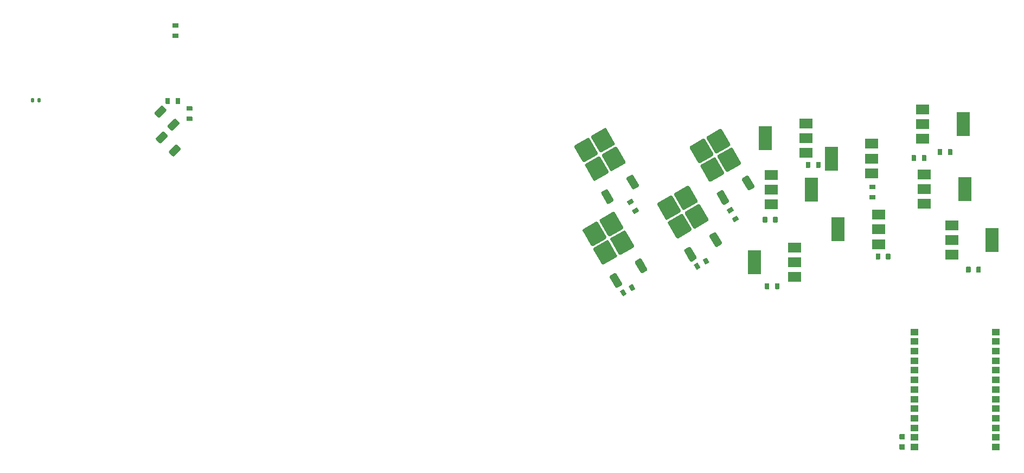
<source format=gtp>
G04 #@! TF.GenerationSoftware,KiCad,Pcbnew,8.0.7-8.0.7-0~ubuntu24.04.1*
G04 #@! TF.CreationDate,2025-01-03T02:16:33+00:00*
G04 #@! TF.ProjectId,uaeficopiedtovfr,75616566-6963-46f7-9069-6564746f7666,rev?*
G04 #@! TF.SameCoordinates,Original*
G04 #@! TF.FileFunction,Paste,Top*
G04 #@! TF.FilePolarity,Positive*
%FSLAX46Y46*%
G04 Gerber Fmt 4.6, Leading zero omitted, Abs format (unit mm)*
G04 Created by KiCad (PCBNEW 8.0.7-8.0.7-0~ubuntu24.04.1) date 2025-01-03 02:16:33*
%MOMM*%
%LPD*%
G01*
G04 APERTURE LIST*
%ADD10R,2.000000X1.500000*%
%ADD11R,2.000000X3.800000*%
%ADD12R,1.300000X1.000000*%
G04 APERTURE END LIST*
D10*
G04 #@! TO.C,Q7*
X126954000Y49442000D03*
X126954000Y51742000D03*
X126954000Y54042000D03*
D11*
X120654000Y51742000D03*
G04 #@! TD*
G04 #@! TO.C,R32*
G36*
G01*
X149860000Y49943000D02*
X149860000Y49163000D01*
G75*
G02*
X149790000Y49093000I-70000J0D01*
G01*
X149230000Y49093000D01*
G75*
G02*
X149160000Y49163000I0J70000D01*
G01*
X149160000Y49943000D01*
G75*
G02*
X149230000Y50013000I70000J0D01*
G01*
X149790000Y50013000D01*
G75*
G02*
X149860000Y49943000I0J-70000D01*
G01*
G37*
G36*
G01*
X148260000Y49943000D02*
X148260000Y49163000D01*
G75*
G02*
X148190000Y49093000I-70000J0D01*
G01*
X147630000Y49093000D01*
G75*
G02*
X147560000Y49163000I0J70000D01*
G01*
X147560000Y49943000D01*
G75*
G02*
X147630000Y50013000I70000J0D01*
G01*
X148190000Y50013000D01*
G75*
G02*
X148260000Y49943000I0J-70000D01*
G01*
G37*
G04 #@! TD*
G04 #@! TO.C,R31*
G36*
G01*
X143477000Y48236928D02*
X143477000Y49016928D01*
G75*
G02*
X143547000Y49086928I70000J0D01*
G01*
X144107000Y49086928D01*
G75*
G02*
X144177000Y49016928I0J-70000D01*
G01*
X144177000Y48236928D01*
G75*
G02*
X144107000Y48166928I-70000J0D01*
G01*
X143547000Y48166928D01*
G75*
G02*
X143477000Y48236928I0J70000D01*
G01*
G37*
G36*
G01*
X145077000Y48236928D02*
X145077000Y49016928D01*
G75*
G02*
X145147000Y49086928I70000J0D01*
G01*
X145707000Y49086928D01*
G75*
G02*
X145777000Y49016928I0J-70000D01*
G01*
X145777000Y48236928D01*
G75*
G02*
X145707000Y48166928I-70000J0D01*
G01*
X145147000Y48166928D01*
G75*
G02*
X145077000Y48236928I0J70000D01*
G01*
G37*
G04 #@! TD*
G04 #@! TO.C,R29*
G36*
G01*
X137754928Y42142000D02*
X136974928Y42142000D01*
G75*
G02*
X136904928Y42212000I0J70000D01*
G01*
X136904928Y42772000D01*
G75*
G02*
X136974928Y42842000I70000J0D01*
G01*
X137754928Y42842000D01*
G75*
G02*
X137824928Y42772000I0J-70000D01*
G01*
X137824928Y42212000D01*
G75*
G02*
X137754928Y42142000I-70000J0D01*
G01*
G37*
G36*
G01*
X137754928Y43742000D02*
X136974928Y43742000D01*
G75*
G02*
X136904928Y43812000I0J70000D01*
G01*
X136904928Y44372000D01*
G75*
G02*
X136974928Y44442000I70000J0D01*
G01*
X137754928Y44442000D01*
G75*
G02*
X137824928Y44372000I0J-70000D01*
G01*
X137824928Y43812000D01*
G75*
G02*
X137754928Y43742000I-70000J0D01*
G01*
G37*
G04 #@! TD*
D10*
G04 #@! TO.C,Q9*
X125229000Y30059000D03*
X125229000Y32359000D03*
X125229000Y34659000D03*
D11*
X118929000Y32359000D03*
G04 #@! TD*
G04 #@! TO.C,Q1*
G36*
G01*
X114883109Y41670372D02*
X114276891Y41320372D01*
G75*
G02*
X113935385Y41411878I-125000J216506D01*
G01*
X113085385Y42884122D01*
G75*
G02*
X113176891Y43225628I216506J125000D01*
G01*
X113783109Y43575628D01*
G75*
G02*
X114124615Y43484122I125000J-216506D01*
G01*
X114974615Y42011878D01*
G75*
G02*
X114883109Y41670372I-216506J-125000D01*
G01*
G37*
G36*
G01*
X116749506Y47597679D02*
X114800948Y46472679D01*
G75*
G02*
X114459442Y46564185I-125000J216506D01*
G01*
X113184442Y48772549D01*
G75*
G02*
X113275948Y49114055I216506J125000D01*
G01*
X115224506Y50239055D01*
G75*
G02*
X115566012Y50147549I125000J-216506D01*
G01*
X116841012Y47939185D01*
G75*
G02*
X116749506Y47597679I-216506J-125000D01*
G01*
G37*
G36*
G01*
X114108128Y46072679D02*
X112159570Y44947679D01*
G75*
G02*
X111818064Y45039185I-125000J216506D01*
G01*
X110543064Y47247549D01*
G75*
G02*
X110634570Y47589055I216506J125000D01*
G01*
X112583128Y48714055D01*
G75*
G02*
X112924634Y48622549I125000J-216506D01*
G01*
X114199634Y46414185D01*
G75*
G02*
X114108128Y46072679I-216506J-125000D01*
G01*
G37*
G36*
G01*
X115074506Y50498865D02*
X113125948Y49373865D01*
G75*
G02*
X112784442Y49465371I-125000J216506D01*
G01*
X111509442Y51673735D01*
G75*
G02*
X111600948Y52015241I216506J125000D01*
G01*
X113549506Y53140241D01*
G75*
G02*
X113891012Y53048735I125000J-216506D01*
G01*
X115166012Y50840371D01*
G75*
G02*
X115074506Y50498865I-216506J-125000D01*
G01*
G37*
G36*
G01*
X112433128Y48973865D02*
X110484570Y47848865D01*
G75*
G02*
X110143064Y47940371I-125000J216506D01*
G01*
X108868064Y50148735D01*
G75*
G02*
X108959570Y50490241I216506J125000D01*
G01*
X110908128Y51615241D01*
G75*
G02*
X111249634Y51523735I125000J-216506D01*
G01*
X112524634Y49315371D01*
G75*
G02*
X112433128Y48973865I-216506J-125000D01*
G01*
G37*
G36*
G01*
X118832185Y43950372D02*
X118225967Y43600372D01*
G75*
G02*
X117884461Y43691878I-125000J216506D01*
G01*
X117034461Y45164122D01*
G75*
G02*
X117125967Y45505628I216506J125000D01*
G01*
X117732185Y45855628D01*
G75*
G02*
X118073691Y45764122I125000J-216506D01*
G01*
X118923691Y44291878D01*
G75*
G02*
X118832185Y43950372I-216506J-125000D01*
G01*
G37*
G04 #@! TD*
G04 #@! TO.C,Q4*
G36*
G01*
X96852033Y41810372D02*
X96245815Y41460372D01*
G75*
G02*
X95904309Y41551878I-125000J216506D01*
G01*
X95054309Y43024122D01*
G75*
G02*
X95145815Y43365628I216506J125000D01*
G01*
X95752033Y43715628D01*
G75*
G02*
X96093539Y43624122I125000J-216506D01*
G01*
X96943539Y42151878D01*
G75*
G02*
X96852033Y41810372I-216506J-125000D01*
G01*
G37*
G36*
G01*
X98718430Y47737679D02*
X96769872Y46612679D01*
G75*
G02*
X96428366Y46704185I-125000J216506D01*
G01*
X95153366Y48912549D01*
G75*
G02*
X95244872Y49254055I216506J125000D01*
G01*
X97193430Y50379055D01*
G75*
G02*
X97534936Y50287549I125000J-216506D01*
G01*
X98809936Y48079185D01*
G75*
G02*
X98718430Y47737679I-216506J-125000D01*
G01*
G37*
G36*
G01*
X96077052Y46212679D02*
X94128494Y45087679D01*
G75*
G02*
X93786988Y45179185I-125000J216506D01*
G01*
X92511988Y47387549D01*
G75*
G02*
X92603494Y47729055I216506J125000D01*
G01*
X94552052Y48854055D01*
G75*
G02*
X94893558Y48762549I125000J-216506D01*
G01*
X96168558Y46554185D01*
G75*
G02*
X96077052Y46212679I-216506J-125000D01*
G01*
G37*
G36*
G01*
X97043430Y50638865D02*
X95094872Y49513865D01*
G75*
G02*
X94753366Y49605371I-125000J216506D01*
G01*
X93478366Y51813735D01*
G75*
G02*
X93569872Y52155241I216506J125000D01*
G01*
X95518430Y53280241D01*
G75*
G02*
X95859936Y53188735I125000J-216506D01*
G01*
X97134936Y50980371D01*
G75*
G02*
X97043430Y50638865I-216506J-125000D01*
G01*
G37*
G36*
G01*
X94402052Y49113865D02*
X92453494Y47988865D01*
G75*
G02*
X92111988Y48080371I-125000J216506D01*
G01*
X90836988Y50288735D01*
G75*
G02*
X90928494Y50630241I216506J125000D01*
G01*
X92877052Y51755241D01*
G75*
G02*
X93218558Y51663735I125000J-216506D01*
G01*
X94493558Y49455371D01*
G75*
G02*
X94402052Y49113865I-216506J-125000D01*
G01*
G37*
G36*
G01*
X100801109Y44090372D02*
X100194891Y43740372D01*
G75*
G02*
X99853385Y43831878I-125000J216506D01*
G01*
X99003385Y45304122D01*
G75*
G02*
X99094891Y45645628I216506J125000D01*
G01*
X99701109Y45995628D01*
G75*
G02*
X100042615Y45904122I125000J-216506D01*
G01*
X100892615Y44431878D01*
G75*
G02*
X100801109Y44090372I-216506J-125000D01*
G01*
G37*
G04 #@! TD*
G04 #@! TO.C,R1*
G36*
G01*
X28957000Y67393000D02*
X28177000Y67393000D01*
G75*
G02*
X28107000Y67463000I0J70000D01*
G01*
X28107000Y68023000D01*
G75*
G02*
X28177000Y68093000I70000J0D01*
G01*
X28957000Y68093000D01*
G75*
G02*
X29027000Y68023000I0J-70000D01*
G01*
X29027000Y67463000D01*
G75*
G02*
X28957000Y67393000I-70000J0D01*
G01*
G37*
G36*
G01*
X28957000Y68993000D02*
X28177000Y68993000D01*
G75*
G02*
X28107000Y69063000I0J70000D01*
G01*
X28107000Y69623000D01*
G75*
G02*
X28177000Y69693000I70000J0D01*
G01*
X28957000Y69693000D01*
G75*
G02*
X29027000Y69623000I0J-70000D01*
G01*
X29027000Y69063000D01*
G75*
G02*
X28957000Y68993000I-70000J0D01*
G01*
G37*
G04 #@! TD*
G04 #@! TO.C,R30*
G36*
G01*
X140178000Y33631072D02*
X140178000Y32851072D01*
G75*
G02*
X140108000Y32781072I-70000J0D01*
G01*
X139548000Y32781072D01*
G75*
G02*
X139478000Y32851072I0J70000D01*
G01*
X139478000Y33631072D01*
G75*
G02*
X139548000Y33701072I70000J0D01*
G01*
X140108000Y33701072D01*
G75*
G02*
X140178000Y33631072I0J-70000D01*
G01*
G37*
G36*
G01*
X138578000Y33631072D02*
X138578000Y32851072D01*
G75*
G02*
X138508000Y32781072I-70000J0D01*
G01*
X137948000Y32781072D01*
G75*
G02*
X137878000Y32851072I0J70000D01*
G01*
X137878000Y33631072D01*
G75*
G02*
X137948000Y33701072I70000J0D01*
G01*
X138508000Y33701072D01*
G75*
G02*
X138578000Y33631072I0J-70000D01*
G01*
G37*
G04 #@! TD*
G04 #@! TO.C,R2*
G36*
G01*
X29314000Y57922000D02*
X29314000Y57142000D01*
G75*
G02*
X29244000Y57072000I-70000J0D01*
G01*
X28684000Y57072000D01*
G75*
G02*
X28614000Y57142000I0J70000D01*
G01*
X28614000Y57922000D01*
G75*
G02*
X28684000Y57992000I70000J0D01*
G01*
X29244000Y57992000D01*
G75*
G02*
X29314000Y57922000I0J-70000D01*
G01*
G37*
G36*
G01*
X27714000Y57922000D02*
X27714000Y57142000D01*
G75*
G02*
X27644000Y57072000I-70000J0D01*
G01*
X27084000Y57072000D01*
G75*
G02*
X27014000Y57142000I0J70000D01*
G01*
X27014000Y57922000D01*
G75*
G02*
X27084000Y57992000I70000J0D01*
G01*
X27644000Y57992000D01*
G75*
G02*
X27714000Y57922000I0J-70000D01*
G01*
G37*
G04 #@! TD*
D10*
G04 #@! TO.C,Q14*
X138324000Y35162000D03*
X138324000Y37462000D03*
X138324000Y39762000D03*
D11*
X132024000Y37462000D03*
G04 #@! TD*
G04 #@! TO.C,Q3*
G36*
G01*
X109796109Y32814372D02*
X109189891Y32464372D01*
G75*
G02*
X108848385Y32555878I-125000J216506D01*
G01*
X107998385Y34028122D01*
G75*
G02*
X108089891Y34369628I216506J125000D01*
G01*
X108696109Y34719628D01*
G75*
G02*
X109037615Y34628122I125000J-216506D01*
G01*
X109887615Y33155878D01*
G75*
G02*
X109796109Y32814372I-216506J-125000D01*
G01*
G37*
G36*
G01*
X111662506Y38741679D02*
X109713948Y37616679D01*
G75*
G02*
X109372442Y37708185I-125000J216506D01*
G01*
X108097442Y39916549D01*
G75*
G02*
X108188948Y40258055I216506J125000D01*
G01*
X110137506Y41383055D01*
G75*
G02*
X110479012Y41291549I125000J-216506D01*
G01*
X111754012Y39083185D01*
G75*
G02*
X111662506Y38741679I-216506J-125000D01*
G01*
G37*
G36*
G01*
X109021128Y37216679D02*
X107072570Y36091679D01*
G75*
G02*
X106731064Y36183185I-125000J216506D01*
G01*
X105456064Y38391549D01*
G75*
G02*
X105547570Y38733055I216506J125000D01*
G01*
X107496128Y39858055D01*
G75*
G02*
X107837634Y39766549I125000J-216506D01*
G01*
X109112634Y37558185D01*
G75*
G02*
X109021128Y37216679I-216506J-125000D01*
G01*
G37*
G36*
G01*
X109987506Y41642865D02*
X108038948Y40517865D01*
G75*
G02*
X107697442Y40609371I-125000J216506D01*
G01*
X106422442Y42817735D01*
G75*
G02*
X106513948Y43159241I216506J125000D01*
G01*
X108462506Y44284241D01*
G75*
G02*
X108804012Y44192735I125000J-216506D01*
G01*
X110079012Y41984371D01*
G75*
G02*
X109987506Y41642865I-216506J-125000D01*
G01*
G37*
G36*
G01*
X107346128Y40117865D02*
X105397570Y38992865D01*
G75*
G02*
X105056064Y39084371I-125000J216506D01*
G01*
X103781064Y41292735D01*
G75*
G02*
X103872570Y41634241I216506J125000D01*
G01*
X105821128Y42759241D01*
G75*
G02*
X106162634Y42667735I125000J-216506D01*
G01*
X107437634Y40459371D01*
G75*
G02*
X107346128Y40117865I-216506J-125000D01*
G01*
G37*
G36*
G01*
X113745185Y35094372D02*
X113138967Y34744372D01*
G75*
G02*
X112797461Y34835878I-125000J216506D01*
G01*
X111947461Y36308122D01*
G75*
G02*
X112038967Y36649628I216506J125000D01*
G01*
X112645185Y36999628D01*
G75*
G02*
X112986691Y36908122I125000J-216506D01*
G01*
X113836691Y35435878D01*
G75*
G02*
X113745185Y35094372I-216506J-125000D01*
G01*
G37*
G04 #@! TD*
D10*
G04 #@! TO.C,Q13*
X137258000Y46252000D03*
X137258000Y48552000D03*
X137258000Y50852000D03*
D11*
X130958000Y48552000D03*
G04 #@! TD*
D10*
G04 #@! TO.C,Q8*
X121556000Y46011000D03*
X121556000Y43711000D03*
X121556000Y41411000D03*
D11*
X127856000Y43711000D03*
G04 #@! TD*
G04 #@! TO.C,C1*
G36*
G01*
X142344994Y3064999D02*
X141664994Y3064999D01*
G75*
G02*
X141579994Y3149999I0J85000D01*
G01*
X141579994Y3829999D01*
G75*
G02*
X141664994Y3914999I85000J0D01*
G01*
X142344994Y3914999D01*
G75*
G02*
X142429994Y3829999I0J-85000D01*
G01*
X142429994Y3149999D01*
G75*
G02*
X142344994Y3064999I-85000J0D01*
G01*
G37*
G36*
G01*
X142344994Y4645001D02*
X141664994Y4645001D01*
G75*
G02*
X141579994Y4730001I0J85000D01*
G01*
X141579994Y5410001D01*
G75*
G02*
X141664994Y5495001I85000J0D01*
G01*
X142344994Y5495001D01*
G75*
G02*
X142429994Y5410001I0J-85000D01*
G01*
X142429994Y4730001D01*
G75*
G02*
X142344994Y4645001I-85000J0D01*
G01*
G37*
G04 #@! TD*
G04 #@! TO.C,R10*
G36*
G01*
X98353071Y27066250D02*
X97963071Y27741750D01*
G75*
G02*
X97988693Y27837372I60622J35000D01*
G01*
X98473667Y28117372D01*
G75*
G02*
X98569289Y28091750I35000J-60622D01*
G01*
X98959289Y27416250D01*
G75*
G02*
X98933667Y27320628I-60622J-35000D01*
G01*
X98448693Y27040628D01*
G75*
G02*
X98353071Y27066250I-35000J60622D01*
G01*
G37*
G36*
G01*
X99738711Y27866250D02*
X99348711Y28541750D01*
G75*
G02*
X99374333Y28637372I60622J35000D01*
G01*
X99859307Y28917372D01*
G75*
G02*
X99954929Y28891750I35000J-60622D01*
G01*
X100344929Y28216250D01*
G75*
G02*
X100319307Y28120628I-60622J-35000D01*
G01*
X99834333Y27840628D01*
G75*
G02*
X99738711Y27866250I-35000J60622D01*
G01*
G37*
G04 #@! TD*
G04 #@! TO.C,R22*
G36*
G01*
X120254000Y38585928D02*
X120254000Y39365928D01*
G75*
G02*
X120324000Y39435928I70000J0D01*
G01*
X120884000Y39435928D01*
G75*
G02*
X120954000Y39365928I0J-70000D01*
G01*
X120954000Y38585928D01*
G75*
G02*
X120884000Y38515928I-70000J0D01*
G01*
X120324000Y38515928D01*
G75*
G02*
X120254000Y38585928I0J70000D01*
G01*
G37*
G36*
G01*
X121854000Y38585928D02*
X121854000Y39365928D01*
G75*
G02*
X121924000Y39435928I70000J0D01*
G01*
X122484000Y39435928D01*
G75*
G02*
X122554000Y39365928I0J-70000D01*
G01*
X122554000Y38585928D01*
G75*
G02*
X122484000Y38515928I-70000J0D01*
G01*
X121924000Y38515928D01*
G75*
G02*
X121854000Y38585928I0J70000D01*
G01*
G37*
G04 #@! TD*
G04 #@! TO.C,R11*
G36*
G01*
X109890071Y31201250D02*
X109500071Y31876750D01*
G75*
G02*
X109525693Y31972372I60622J35000D01*
G01*
X110010667Y32252372D01*
G75*
G02*
X110106289Y32226750I35000J-60622D01*
G01*
X110496289Y31551250D01*
G75*
G02*
X110470667Y31455628I-60622J-35000D01*
G01*
X109985693Y31175628D01*
G75*
G02*
X109890071Y31201250I-35000J60622D01*
G01*
G37*
G36*
G01*
X111275711Y32001250D02*
X110885711Y32676750D01*
G75*
G02*
X110911333Y32772372I60622J35000D01*
G01*
X111396307Y33052372D01*
G75*
G02*
X111491929Y33026750I35000J-60622D01*
G01*
X111881929Y32351250D01*
G75*
G02*
X111856307Y32255628I-60622J-35000D01*
G01*
X111371333Y31975628D01*
G75*
G02*
X111275711Y32001250I-35000J60622D01*
G01*
G37*
G04 #@! TD*
G04 #@! TO.C,Q2*
G36*
G01*
X98171571Y28713065D02*
X97565353Y28363065D01*
G75*
G02*
X97223847Y28454571I-125000J216506D01*
G01*
X96373847Y29926815D01*
G75*
G02*
X96465353Y30268321I216506J125000D01*
G01*
X97071571Y30618321D01*
G75*
G02*
X97413077Y30526815I125000J-216506D01*
G01*
X98263077Y29054571D01*
G75*
G02*
X98171571Y28713065I-216506J-125000D01*
G01*
G37*
G36*
G01*
X100037968Y34640372D02*
X98089410Y33515372D01*
G75*
G02*
X97747904Y33606878I-125000J216506D01*
G01*
X96472904Y35815242D01*
G75*
G02*
X96564410Y36156748I216506J125000D01*
G01*
X98512968Y37281748D01*
G75*
G02*
X98854474Y37190242I125000J-216506D01*
G01*
X100129474Y34981878D01*
G75*
G02*
X100037968Y34640372I-216506J-125000D01*
G01*
G37*
G36*
G01*
X97396590Y33115372D02*
X95448032Y31990372D01*
G75*
G02*
X95106526Y32081878I-125000J216506D01*
G01*
X93831526Y34290242D01*
G75*
G02*
X93923032Y34631748I216506J125000D01*
G01*
X95871590Y35756748D01*
G75*
G02*
X96213096Y35665242I125000J-216506D01*
G01*
X97488096Y33456878D01*
G75*
G02*
X97396590Y33115372I-216506J-125000D01*
G01*
G37*
G36*
G01*
X98362968Y37541558D02*
X96414410Y36416558D01*
G75*
G02*
X96072904Y36508064I-125000J216506D01*
G01*
X94797904Y38716428D01*
G75*
G02*
X94889410Y39057934I216506J125000D01*
G01*
X96837968Y40182934D01*
G75*
G02*
X97179474Y40091428I125000J-216506D01*
G01*
X98454474Y37883064D01*
G75*
G02*
X98362968Y37541558I-216506J-125000D01*
G01*
G37*
G36*
G01*
X95721590Y36016558D02*
X93773032Y34891558D01*
G75*
G02*
X93431526Y34983064I-125000J216506D01*
G01*
X92156526Y37191428D01*
G75*
G02*
X92248032Y37532934I216506J125000D01*
G01*
X94196590Y38657934D01*
G75*
G02*
X94538096Y38566428I125000J-216506D01*
G01*
X95813096Y36358064D01*
G75*
G02*
X95721590Y36016558I-216506J-125000D01*
G01*
G37*
G36*
G01*
X102120647Y30993065D02*
X101514429Y30643065D01*
G75*
G02*
X101172923Y30734571I-125000J216506D01*
G01*
X100322923Y32206815D01*
G75*
G02*
X100414429Y32548321I216506J125000D01*
G01*
X101020647Y32898321D01*
G75*
G02*
X101362153Y32806815I125000J-216506D01*
G01*
X102212153Y31334571D01*
G75*
G02*
X102120647Y30993065I-216506J-125000D01*
G01*
G37*
G04 #@! TD*
G04 #@! TO.C,R21*
G36*
G01*
X129276000Y47948000D02*
X129276000Y47168000D01*
G75*
G02*
X129206000Y47098000I-70000J0D01*
G01*
X128646000Y47098000D01*
G75*
G02*
X128576000Y47168000I0J70000D01*
G01*
X128576000Y47948000D01*
G75*
G02*
X128646000Y48018000I70000J0D01*
G01*
X129206000Y48018000D01*
G75*
G02*
X129276000Y47948000I0J-70000D01*
G01*
G37*
G36*
G01*
X127676000Y47948000D02*
X127676000Y47168000D01*
G75*
G02*
X127606000Y47098000I-70000J0D01*
G01*
X127046000Y47098000D01*
G75*
G02*
X126976000Y47168000I0J70000D01*
G01*
X126976000Y47948000D01*
G75*
G02*
X127046000Y48018000I70000J0D01*
G01*
X127606000Y48018000D01*
G75*
G02*
X127676000Y47948000I0J-70000D01*
G01*
G37*
G04 #@! TD*
G04 #@! TO.C,R24*
G36*
G01*
X154292000Y31558000D02*
X154292000Y30778000D01*
G75*
G02*
X154222000Y30708000I-70000J0D01*
G01*
X153662000Y30708000D01*
G75*
G02*
X153592000Y30778000I0J70000D01*
G01*
X153592000Y31558000D01*
G75*
G02*
X153662000Y31628000I70000J0D01*
G01*
X154222000Y31628000D01*
G75*
G02*
X154292000Y31558000I0J-70000D01*
G01*
G37*
G36*
G01*
X152692000Y31558000D02*
X152692000Y30778000D01*
G75*
G02*
X152622000Y30708000I-70000J0D01*
G01*
X152062000Y30708000D01*
G75*
G02*
X151992000Y30778000I0J70000D01*
G01*
X151992000Y31558000D01*
G75*
G02*
X152062000Y31628000I70000J0D01*
G01*
X152622000Y31628000D01*
G75*
G02*
X152692000Y31558000I0J-70000D01*
G01*
G37*
G04 #@! TD*
D10*
G04 #@! TO.C,Q15*
X145484000Y46095000D03*
X145484000Y43795000D03*
X145484000Y41495000D03*
D11*
X151784000Y43795000D03*
G04 #@! TD*
G04 #@! TO.C,R9*
G36*
G01*
X114665250Y40583929D02*
X115340750Y40973929D01*
G75*
G02*
X115436372Y40948307I35000J-60622D01*
G01*
X115716372Y40463333D01*
G75*
G02*
X115690750Y40367711I-60622J-35000D01*
G01*
X115015250Y39977711D01*
G75*
G02*
X114919628Y40003333I-35000J60622D01*
G01*
X114639628Y40488307D01*
G75*
G02*
X114665250Y40583929I60622J35000D01*
G01*
G37*
G36*
G01*
X115465250Y39198289D02*
X116140750Y39588289D01*
G75*
G02*
X116236372Y39562667I35000J-60622D01*
G01*
X116516372Y39077693D01*
G75*
G02*
X116490750Y38982071I-60622J-35000D01*
G01*
X115815250Y38592071D01*
G75*
G02*
X115719628Y38617693I-35000J60622D01*
G01*
X115439628Y39102667D01*
G75*
G02*
X115465250Y39198289I60622J35000D01*
G01*
G37*
G04 #@! TD*
G04 #@! TO.C,R15*
G36*
G01*
X100900750Y40266251D02*
X100225250Y39876251D01*
G75*
G02*
X100129628Y39901873I-35000J60622D01*
G01*
X99849628Y40386847D01*
G75*
G02*
X99875250Y40482469I60622J35000D01*
G01*
X100550750Y40872469D01*
G75*
G02*
X100646372Y40846847I35000J-60622D01*
G01*
X100926372Y40361873D01*
G75*
G02*
X100900750Y40266251I-60622J-35000D01*
G01*
G37*
G36*
G01*
X100100750Y41651891D02*
X99425250Y41261891D01*
G75*
G02*
X99329628Y41287513I-35000J60622D01*
G01*
X99049628Y41772487D01*
G75*
G02*
X99075250Y41868109I60622J35000D01*
G01*
X99750750Y42258109D01*
G75*
G02*
X99846372Y42232487I35000J-60622D01*
G01*
X100126372Y41747513D01*
G75*
G02*
X100100750Y41651891I-60622J-35000D01*
G01*
G37*
G04 #@! TD*
D10*
G04 #@! TO.C,Q10*
X149737000Y38082000D03*
X149737000Y35782000D03*
X149737000Y33482000D03*
D11*
X156037000Y35782000D03*
G04 #@! TD*
G04 #@! TO.C,REF\u002A\u002A*
G36*
G01*
X5987620Y57480300D02*
X5987620Y57850300D01*
G75*
G02*
X6122620Y57985300I135000J0D01*
G01*
X6392620Y57985300D01*
G75*
G02*
X6527620Y57850300I0J-135000D01*
G01*
X6527620Y57480300D01*
G75*
G02*
X6392620Y57345300I-135000J0D01*
G01*
X6122620Y57345300D01*
G75*
G02*
X5987620Y57480300I0J135000D01*
G01*
G37*
G36*
G01*
X7007620Y57480300D02*
X7007620Y57850300D01*
G75*
G02*
X7142620Y57985300I135000J0D01*
G01*
X7412620Y57985300D01*
G75*
G02*
X7547620Y57850300I0J-135000D01*
G01*
X7547620Y57480300D01*
G75*
G02*
X7412620Y57345300I-135000J0D01*
G01*
X7142620Y57345300D01*
G75*
G02*
X7007620Y57480300I0J135000D01*
G01*
G37*
G04 #@! TD*
G04 #@! TO.C,F2*
G36*
G01*
X25832243Y54996964D02*
X25344340Y55484867D01*
G75*
G02*
X25344340Y55810137I162635J162635D01*
G01*
X26291863Y56757660D01*
G75*
G02*
X26617133Y56757660I162635J-162635D01*
G01*
X27105036Y56269757D01*
G75*
G02*
X27105036Y55944487I-162635J-162635D01*
G01*
X26157513Y54996964D01*
G75*
G02*
X25832243Y54996964I-162635J162635D01*
G01*
G37*
G36*
G01*
X27882867Y52946340D02*
X27394964Y53434243D01*
G75*
G02*
X27394964Y53759513I162635J162635D01*
G01*
X28342487Y54707036D01*
G75*
G02*
X28667757Y54707036I162635J-162635D01*
G01*
X29155660Y54219133D01*
G75*
G02*
X29155660Y53893863I-162635J-162635D01*
G01*
X28208137Y52946340D01*
G75*
G02*
X27882867Y52946340I-162635J162635D01*
G01*
G37*
G04 #@! TD*
D12*
G04 #@! TO.C,U2*
X143909000Y21455000D03*
X143909000Y19955000D03*
X143909000Y18455000D03*
X143909000Y16955000D03*
X143909000Y15455000D03*
X143909000Y13955000D03*
X143909000Y12455000D03*
X143909000Y10955000D03*
X143909000Y9455000D03*
X143909000Y7955000D03*
X143909000Y6455000D03*
X143909000Y4955000D03*
X143909000Y3455000D03*
X156609000Y3455000D03*
X156609000Y4955000D03*
X156609000Y6455000D03*
X156609000Y7955000D03*
X156609000Y9455000D03*
X156609000Y10955000D03*
X156609000Y12455000D03*
X156609000Y13955000D03*
X156609000Y15455000D03*
X156609000Y16955000D03*
X156609000Y18455000D03*
X156609000Y19955000D03*
X156609000Y21455000D03*
G04 #@! TD*
G04 #@! TO.C,R23*
G36*
G01*
X120561000Y28208000D02*
X120561000Y28988000D01*
G75*
G02*
X120631000Y29058000I70000J0D01*
G01*
X121191000Y29058000D01*
G75*
G02*
X121261000Y28988000I0J-70000D01*
G01*
X121261000Y28208000D01*
G75*
G02*
X121191000Y28138000I-70000J0D01*
G01*
X120631000Y28138000D01*
G75*
G02*
X120561000Y28208000I0J70000D01*
G01*
G37*
G36*
G01*
X122161000Y28208000D02*
X122161000Y28988000D01*
G75*
G02*
X122231000Y29058000I70000J0D01*
G01*
X122791000Y29058000D01*
G75*
G02*
X122861000Y28988000I0J-70000D01*
G01*
X122861000Y28208000D01*
G75*
G02*
X122791000Y28138000I-70000J0D01*
G01*
X122231000Y28138000D01*
G75*
G02*
X122161000Y28208000I0J70000D01*
G01*
G37*
G04 #@! TD*
G04 #@! TO.C,F1*
G36*
G01*
X26038243Y50969964D02*
X25550340Y51457867D01*
G75*
G02*
X25550340Y51783137I162635J162635D01*
G01*
X26497863Y52730660D01*
G75*
G02*
X26823133Y52730660I162635J-162635D01*
G01*
X27311036Y52242757D01*
G75*
G02*
X27311036Y51917487I-162635J-162635D01*
G01*
X26363513Y50969964D01*
G75*
G02*
X26038243Y50969964I-162635J162635D01*
G01*
G37*
G36*
G01*
X28088867Y48919340D02*
X27600964Y49407243D01*
G75*
G02*
X27600964Y49732513I162635J162635D01*
G01*
X28548487Y50680036D01*
G75*
G02*
X28873757Y50680036I162635J-162635D01*
G01*
X29361660Y50192133D01*
G75*
G02*
X29361660Y49866863I-162635J-162635D01*
G01*
X28414137Y48919340D01*
G75*
G02*
X28088867Y48919340I-162635J162635D01*
G01*
G37*
G04 #@! TD*
G04 #@! TO.C,R3*
G36*
G01*
X31132000Y54405000D02*
X30352000Y54405000D01*
G75*
G02*
X30282000Y54475000I0J70000D01*
G01*
X30282000Y55035000D01*
G75*
G02*
X30352000Y55105000I70000J0D01*
G01*
X31132000Y55105000D01*
G75*
G02*
X31202000Y55035000I0J-70000D01*
G01*
X31202000Y54475000D01*
G75*
G02*
X31132000Y54405000I-70000J0D01*
G01*
G37*
G36*
G01*
X31132000Y56005000D02*
X30352000Y56005000D01*
G75*
G02*
X30282000Y56075000I0J70000D01*
G01*
X30282000Y56635000D01*
G75*
G02*
X30352000Y56705000I70000J0D01*
G01*
X31132000Y56705000D01*
G75*
G02*
X31202000Y56635000I0J-70000D01*
G01*
X31202000Y56075000D01*
G75*
G02*
X31132000Y56005000I-70000J0D01*
G01*
G37*
G04 #@! TD*
D10*
G04 #@! TO.C,Q16*
X145216000Y56236000D03*
X145216000Y53936000D03*
X145216000Y51636000D03*
D11*
X151516000Y53936000D03*
G04 #@! TD*
M02*

</source>
